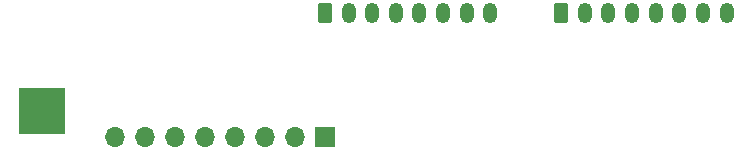
<source format=gts>
%TF.GenerationSoftware,KiCad,Pcbnew,8.0.1*%
%TF.CreationDate,2024-04-09T17:17:27+02:00*%
%TF.ProjectId,vampire_pcb,76616d70-6972-4655-9f70-63622e6b6963,rev?*%
%TF.SameCoordinates,Original*%
%TF.FileFunction,Soldermask,Top*%
%TF.FilePolarity,Negative*%
%FSLAX46Y46*%
G04 Gerber Fmt 4.6, Leading zero omitted, Abs format (unit mm)*
G04 Created by KiCad (PCBNEW 8.0.1) date 2024-04-09 17:17:27*
%MOMM*%
%LPD*%
G01*
G04 APERTURE LIST*
G04 Aperture macros list*
%AMRoundRect*
0 Rectangle with rounded corners*
0 $1 Rounding radius*
0 $2 $3 $4 $5 $6 $7 $8 $9 X,Y pos of 4 corners*
0 Add a 4 corners polygon primitive as box body*
4,1,4,$2,$3,$4,$5,$6,$7,$8,$9,$2,$3,0*
0 Add four circle primitives for the rounded corners*
1,1,$1+$1,$2,$3*
1,1,$1+$1,$4,$5*
1,1,$1+$1,$6,$7*
1,1,$1+$1,$8,$9*
0 Add four rect primitives between the rounded corners*
20,1,$1+$1,$2,$3,$4,$5,0*
20,1,$1+$1,$4,$5,$6,$7,0*
20,1,$1+$1,$6,$7,$8,$9,0*
20,1,$1+$1,$8,$9,$2,$3,0*%
G04 Aperture macros list end*
%ADD10RoundRect,0.250000X-0.350000X-0.625000X0.350000X-0.625000X0.350000X0.625000X-0.350000X0.625000X0*%
%ADD11O,1.200000X1.750000*%
%ADD12R,1.700000X1.700000*%
%ADD13O,1.700000X1.700000*%
%ADD14R,4.000000X4.000000*%
G04 APERTURE END LIST*
D10*
%TO.C,J4*%
X138000000Y-54500000D03*
D11*
X140000000Y-54500000D03*
X142000000Y-54500000D03*
X144000000Y-54500000D03*
X146000000Y-54500000D03*
X148000000Y-54500000D03*
X150000000Y-54500000D03*
X152000000Y-54500000D03*
%TD*%
D12*
%TO.C,J1*%
X118000000Y-65000000D03*
D13*
X115460000Y-65000000D03*
X112920000Y-65000000D03*
X110380000Y-65000000D03*
X107840000Y-65000000D03*
X105300000Y-65000000D03*
X102760000Y-65000000D03*
X100220000Y-65000000D03*
%TD*%
D10*
%TO.C,J3*%
X118000000Y-54500000D03*
D11*
X120000000Y-54500000D03*
X122000000Y-54500000D03*
X124000000Y-54500000D03*
X126000000Y-54500000D03*
X128000000Y-54500000D03*
X130000000Y-54500000D03*
X132000000Y-54500000D03*
%TD*%
D14*
%TO.C,J2*%
X94000000Y-62750000D03*
%TD*%
M02*

</source>
